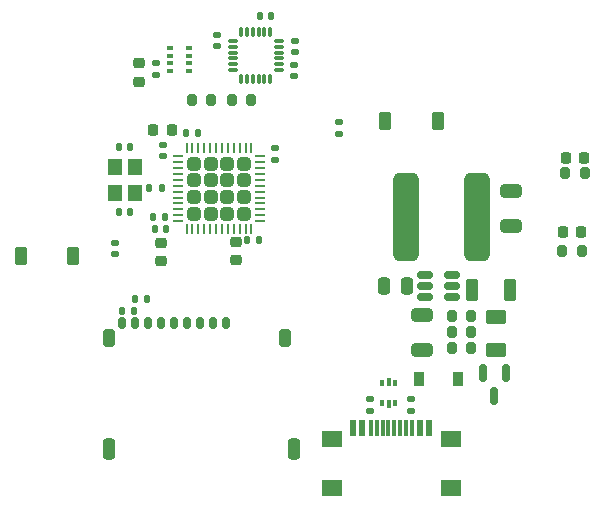
<source format=gbr>
%TF.GenerationSoftware,KiCad,Pcbnew,(6.0.7)*%
%TF.CreationDate,2022-09-16T23:20:04-07:00*%
%TF.ProjectId,All-in-one,416c6c2d-696e-42d6-9f6e-652e6b696361,rev?*%
%TF.SameCoordinates,Original*%
%TF.FileFunction,Paste,Top*%
%TF.FilePolarity,Positive*%
%FSLAX46Y46*%
G04 Gerber Fmt 4.6, Leading zero omitted, Abs format (unit mm)*
G04 Created by KiCad (PCBNEW (6.0.7)) date 2022-09-16 23:20:04*
%MOMM*%
%LPD*%
G01*
G04 APERTURE LIST*
G04 Aperture macros list*
%AMRoundRect*
0 Rectangle with rounded corners*
0 $1 Rounding radius*
0 $2 $3 $4 $5 $6 $7 $8 $9 X,Y pos of 4 corners*
0 Add a 4 corners polygon primitive as box body*
4,1,4,$2,$3,$4,$5,$6,$7,$8,$9,$2,$3,0*
0 Add four circle primitives for the rounded corners*
1,1,$1+$1,$2,$3*
1,1,$1+$1,$4,$5*
1,1,$1+$1,$6,$7*
1,1,$1+$1,$8,$9*
0 Add four rect primitives between the rounded corners*
20,1,$1+$1,$2,$3,$4,$5,0*
20,1,$1+$1,$4,$5,$6,$7,0*
20,1,$1+$1,$6,$7,$8,$9,0*
20,1,$1+$1,$8,$9,$2,$3,0*%
G04 Aperture macros list end*
%ADD10R,1.800000X1.450000*%
%ADD11R,0.300000X1.450000*%
%ADD12R,0.600000X1.450000*%
%ADD13RoundRect,0.135000X-0.135000X-0.185000X0.135000X-0.185000X0.135000X0.185000X-0.135000X0.185000X0*%
%ADD14RoundRect,0.250000X0.625000X-0.375000X0.625000X0.375000X-0.625000X0.375000X-0.625000X-0.375000X0*%
%ADD15RoundRect,0.200000X0.200000X0.275000X-0.200000X0.275000X-0.200000X-0.275000X0.200000X-0.275000X0*%
%ADD16RoundRect,0.200000X-0.200000X-0.275000X0.200000X-0.275000X0.200000X0.275000X-0.200000X0.275000X0*%
%ADD17R,1.200000X1.400000*%
%ADD18R,0.375000X0.500000*%
%ADD19R,0.300000X0.650000*%
%ADD20RoundRect,0.250000X0.275000X0.700000X-0.275000X0.700000X-0.275000X-0.700000X0.275000X-0.700000X0*%
%ADD21RoundRect,0.135000X0.135000X0.185000X-0.135000X0.185000X-0.135000X-0.185000X0.135000X-0.185000X0*%
%ADD22RoundRect,0.262500X-0.262500X-0.537500X0.262500X-0.537500X0.262500X0.537500X-0.262500X0.537500X0*%
%ADD23RoundRect,0.140000X-0.170000X0.140000X-0.170000X-0.140000X0.170000X-0.140000X0.170000X0.140000X0*%
%ADD24RoundRect,0.135000X-0.185000X0.135000X-0.185000X-0.135000X0.185000X-0.135000X0.185000X0.135000X0*%
%ADD25RoundRect,0.140000X0.170000X-0.140000X0.170000X0.140000X-0.170000X0.140000X-0.170000X-0.140000X0*%
%ADD26RoundRect,0.140000X-0.140000X-0.170000X0.140000X-0.170000X0.140000X0.170000X-0.140000X0.170000X0*%
%ADD27RoundRect,0.150000X-0.150000X0.587500X-0.150000X-0.587500X0.150000X-0.587500X0.150000X0.587500X0*%
%ADD28RoundRect,0.147500X-0.147500X-0.172500X0.147500X-0.172500X0.147500X0.172500X-0.147500X0.172500X0*%
%ADD29RoundRect,0.262500X0.262500X0.537500X-0.262500X0.537500X-0.262500X-0.537500X0.262500X-0.537500X0*%
%ADD30RoundRect,0.075000X0.075000X-0.350000X0.075000X0.350000X-0.075000X0.350000X-0.075000X-0.350000X0*%
%ADD31RoundRect,0.075000X0.350000X0.075000X-0.350000X0.075000X-0.350000X-0.075000X0.350000X-0.075000X0*%
%ADD32RoundRect,0.225000X0.225000X0.250000X-0.225000X0.250000X-0.225000X-0.250000X0.225000X-0.250000X0*%
%ADD33RoundRect,0.250000X0.250000X0.475000X-0.250000X0.475000X-0.250000X-0.475000X0.250000X-0.475000X0*%
%ADD34RoundRect,0.225000X-0.250000X0.225000X-0.250000X-0.225000X0.250000X-0.225000X0.250000X0.225000X0*%
%ADD35RoundRect,0.140000X0.140000X0.170000X-0.140000X0.170000X-0.140000X-0.170000X0.140000X-0.170000X0*%
%ADD36R,0.500000X0.350000*%
%ADD37RoundRect,0.218750X0.218750X0.256250X-0.218750X0.256250X-0.218750X-0.256250X0.218750X-0.256250X0*%
%ADD38RoundRect,0.175000X-0.175000X-0.325000X0.175000X-0.325000X0.175000X0.325000X-0.175000X0.325000X0*%
%ADD39RoundRect,0.250000X-0.250000X-0.500000X0.250000X-0.500000X0.250000X0.500000X-0.250000X0.500000X0*%
%ADD40RoundRect,0.250000X-0.250000X-0.650000X0.250000X-0.650000X0.250000X0.650000X-0.250000X0.650000X0*%
%ADD41RoundRect,0.250000X0.650000X-0.325000X0.650000X0.325000X-0.650000X0.325000X-0.650000X-0.325000X0*%
%ADD42RoundRect,0.135000X0.185000X-0.135000X0.185000X0.135000X-0.185000X0.135000X-0.185000X-0.135000X0*%
%ADD43RoundRect,0.150000X-0.512500X-0.150000X0.512500X-0.150000X0.512500X0.150000X-0.512500X0.150000X0*%
%ADD44RoundRect,0.250000X-0.650000X0.325000X-0.650000X-0.325000X0.650000X-0.325000X0.650000X0.325000X0*%
%ADD45R,0.900000X1.200000*%
%ADD46RoundRect,0.550000X-0.550000X-3.200000X0.550000X-3.200000X0.550000X3.200000X-0.550000X3.200000X0*%
%ADD47RoundRect,0.250000X-0.315000X-0.315000X0.315000X-0.315000X0.315000X0.315000X-0.315000X0.315000X0*%
%ADD48RoundRect,0.062500X-0.375000X-0.062500X0.375000X-0.062500X0.375000X0.062500X-0.375000X0.062500X0*%
%ADD49RoundRect,0.062500X-0.062500X-0.375000X0.062500X-0.375000X0.062500X0.375000X-0.062500X0.375000X0*%
G04 APERTURE END LIST*
D10*
%TO.C,J3*%
X51000000Y-62515000D03*
X51000000Y-66695000D03*
X61140000Y-62515000D03*
X61140000Y-66695000D03*
D11*
X54820000Y-61600000D03*
X55320000Y-61600000D03*
X56320000Y-61600000D03*
X57320000Y-61600000D03*
D12*
X58520000Y-61600000D03*
D11*
X57820000Y-61600000D03*
X56820000Y-61600000D03*
X55820000Y-61600000D03*
X54320000Y-61600000D03*
D12*
X53620000Y-61600000D03*
X52845000Y-61600000D03*
X59295000Y-61600000D03*
%TD*%
D13*
%TO.C,R11*%
X33290000Y-51650000D03*
X34310000Y-51650000D03*
%TD*%
D14*
%TO.C,F1*%
X64932500Y-54970000D03*
X64932500Y-52170000D03*
%TD*%
D15*
%TO.C,R3*%
X61175000Y-54800000D03*
X62825000Y-54800000D03*
%TD*%
D16*
%TO.C,R2*%
X61175000Y-53500000D03*
X62825000Y-53500000D03*
%TD*%
%TO.C,R1*%
X61175000Y-52100000D03*
X62825000Y-52100000D03*
%TD*%
D15*
%TO.C,R7*%
X72425000Y-40000000D03*
X70775000Y-40000000D03*
%TD*%
D17*
%TO.C,Y1*%
X32650000Y-39500000D03*
X32650000Y-41700000D03*
X34350000Y-41700000D03*
X34350000Y-39500000D03*
%TD*%
D18*
%TO.C,U5*%
X55302500Y-59500000D03*
D19*
X55840000Y-59575000D03*
D18*
X56377500Y-59500000D03*
X56377500Y-57800000D03*
D19*
X55840000Y-57725000D03*
D18*
X55302500Y-57800000D03*
%TD*%
D20*
%TO.C,FB1*%
X66075000Y-49900000D03*
X62925000Y-49900000D03*
%TD*%
D21*
%TO.C,R6*%
X36610000Y-41300000D03*
X35590000Y-41300000D03*
%TD*%
D16*
%TO.C,R10*%
X42575000Y-33800000D03*
X44225000Y-33800000D03*
%TD*%
D22*
%TO.C,SW1*%
X24675000Y-47000000D03*
X29125000Y-47000000D03*
%TD*%
D23*
%TO.C,C10*%
X46200000Y-37920000D03*
X46200000Y-38880000D03*
%TD*%
D21*
%TO.C,R8*%
X35360000Y-50650000D03*
X34340000Y-50650000D03*
%TD*%
D24*
%TO.C,R5*%
X51600000Y-36710000D03*
X51600000Y-35690000D03*
%TD*%
D25*
%TO.C,C19*%
X47900000Y-29780000D03*
X47900000Y-28820000D03*
%TD*%
D26*
%TO.C,C12*%
X32990000Y-37800000D03*
X33950000Y-37800000D03*
%TD*%
D27*
%TO.C,Q1*%
X65750000Y-56962500D03*
X63850000Y-56962500D03*
X64800000Y-58837500D03*
%TD*%
D28*
%TO.C,L2*%
X36015000Y-44750000D03*
X36985000Y-44750000D03*
%TD*%
D29*
%TO.C,SW2*%
X60000000Y-35600000D03*
X55550000Y-35600000D03*
%TD*%
D30*
%TO.C,U4*%
X43325000Y-32000000D03*
X43825000Y-32000000D03*
X44325000Y-32000000D03*
X44825000Y-32000000D03*
X45325000Y-32000000D03*
X45825000Y-32000000D03*
D31*
X46525000Y-31300000D03*
X46525000Y-30800000D03*
X46525000Y-30300000D03*
X46525000Y-29800000D03*
X46525000Y-29300000D03*
X46525000Y-28800000D03*
D30*
X45825000Y-28100000D03*
X45325000Y-28100000D03*
X44825000Y-28100000D03*
X44325000Y-28100000D03*
X43825000Y-28100000D03*
X43325000Y-28100000D03*
D31*
X42625000Y-28800000D03*
X42625000Y-29300000D03*
X42625000Y-29800000D03*
X42625000Y-30300000D03*
X42625000Y-30800000D03*
X42625000Y-31300000D03*
%TD*%
D32*
%TO.C,C7*%
X37475000Y-36400000D03*
X35925000Y-36400000D03*
%TD*%
D33*
%TO.C,C2*%
X57350000Y-49600000D03*
X55450000Y-49600000D03*
%TD*%
D34*
%TO.C,C14*%
X42900000Y-45825000D03*
X42900000Y-47375000D03*
%TD*%
D35*
%TO.C,C9*%
X44830000Y-45700000D03*
X43870000Y-45700000D03*
%TD*%
D26*
%TO.C,C11*%
X38720000Y-36600000D03*
X39680000Y-36600000D03*
%TD*%
D34*
%TO.C,C15*%
X34700000Y-30725000D03*
X34700000Y-32275000D03*
%TD*%
%TO.C,C5*%
X36600000Y-45925000D03*
X36600000Y-47475000D03*
%TD*%
D15*
%TO.C,R4*%
X72200000Y-46600000D03*
X70550000Y-46600000D03*
%TD*%
%TO.C,R9*%
X40825000Y-33800000D03*
X39175000Y-33800000D03*
%TD*%
D23*
%TO.C,C16*%
X36100000Y-30720000D03*
X36100000Y-31680000D03*
%TD*%
D35*
%TO.C,C18*%
X45880000Y-26700000D03*
X44920000Y-26700000D03*
%TD*%
D36*
%TO.C,U3*%
X38900000Y-29425000D03*
X38900000Y-30075000D03*
X38900000Y-30725000D03*
X38900000Y-31375000D03*
X37300000Y-31375000D03*
X37300000Y-30725000D03*
X37300000Y-30075000D03*
X37300000Y-29425000D03*
%TD*%
D37*
%TO.C,D2*%
X72152500Y-44980000D03*
X70577500Y-44980000D03*
%TD*%
D38*
%TO.C,J2*%
X42040000Y-52723637D03*
X40940000Y-52707879D03*
X39840000Y-52692121D03*
X38740000Y-52707879D03*
X37640000Y-52707879D03*
X36540000Y-52707879D03*
X35440000Y-52707879D03*
X34340000Y-52707879D03*
X33240000Y-52707879D03*
D39*
X32140000Y-53957879D03*
D40*
X47860000Y-63407879D03*
X32140000Y-63407879D03*
D39*
X47090000Y-53957879D03*
%TD*%
D41*
%TO.C,C3*%
X66200000Y-44475000D03*
X66200000Y-41525000D03*
%TD*%
D23*
%TO.C,C17*%
X47850000Y-30840000D03*
X47850000Y-31800000D03*
%TD*%
D42*
%TO.C,R13*%
X54260000Y-60160000D03*
X54260000Y-59140000D03*
%TD*%
D43*
%TO.C,U1*%
X58895000Y-48620000D03*
X58895000Y-49570000D03*
X58895000Y-50520000D03*
X61170000Y-50520000D03*
X61170000Y-49570000D03*
X61170000Y-48620000D03*
%TD*%
D37*
%TO.C,D3*%
X72387500Y-38700000D03*
X70812500Y-38700000D03*
%TD*%
D35*
%TO.C,C6*%
X36880000Y-43700000D03*
X35920000Y-43700000D03*
%TD*%
%TO.C,C13*%
X33980000Y-43300000D03*
X33020000Y-43300000D03*
%TD*%
D25*
%TO.C,C20*%
X41300000Y-29280000D03*
X41300000Y-28320000D03*
%TD*%
D44*
%TO.C,C1*%
X58700000Y-52025000D03*
X58700000Y-54975000D03*
%TD*%
D42*
%TO.C,R12*%
X57770000Y-60140000D03*
X57770000Y-59120000D03*
%TD*%
D45*
%TO.C,D1*%
X61720000Y-57475000D03*
X58420000Y-57475000D03*
%TD*%
D25*
%TO.C,C4*%
X32700000Y-46880000D03*
X32700000Y-45920000D03*
%TD*%
%TO.C,C8*%
X36700000Y-38590000D03*
X36700000Y-37630000D03*
%TD*%
D46*
%TO.C,L1*%
X57300000Y-43700000D03*
X63300000Y-43700000D03*
%TD*%
D47*
%TO.C,U2*%
X40775000Y-39230000D03*
X40775000Y-40630000D03*
X42175000Y-40630000D03*
X39375000Y-39230000D03*
X40775000Y-42030000D03*
X43575000Y-39230000D03*
X42175000Y-39230000D03*
X39375000Y-40630000D03*
X43575000Y-43430000D03*
X43575000Y-42030000D03*
X39375000Y-42030000D03*
X43575000Y-40630000D03*
X42175000Y-43430000D03*
X39375000Y-43430000D03*
X40775000Y-43430000D03*
X42175000Y-42030000D03*
D48*
X38037500Y-38580000D03*
X38037500Y-39080000D03*
X38037500Y-39580000D03*
X38037500Y-40080000D03*
X38037500Y-40580000D03*
X38037500Y-41080000D03*
X38037500Y-41580000D03*
X38037500Y-42080000D03*
X38037500Y-42580000D03*
X38037500Y-43080000D03*
X38037500Y-43580000D03*
X38037500Y-44080000D03*
D49*
X38725000Y-44767500D03*
X39225000Y-44767500D03*
X39725000Y-44767500D03*
X40225000Y-44767500D03*
X40725000Y-44767500D03*
X41225000Y-44767500D03*
X41725000Y-44767500D03*
X42225000Y-44767500D03*
X42725000Y-44767500D03*
X43225000Y-44767500D03*
X43725000Y-44767500D03*
X44225000Y-44767500D03*
D48*
X44912500Y-44080000D03*
X44912500Y-43580000D03*
X44912500Y-43080000D03*
X44912500Y-42580000D03*
X44912500Y-42080000D03*
X44912500Y-41580000D03*
X44912500Y-41080000D03*
X44912500Y-40580000D03*
X44912500Y-40080000D03*
X44912500Y-39580000D03*
X44912500Y-39080000D03*
X44912500Y-38580000D03*
D49*
X44225000Y-37892500D03*
X43725000Y-37892500D03*
X43225000Y-37892500D03*
X42725000Y-37892500D03*
X42225000Y-37892500D03*
X41725000Y-37892500D03*
X41225000Y-37892500D03*
X40725000Y-37892500D03*
X40225000Y-37892500D03*
X39725000Y-37892500D03*
X39225000Y-37892500D03*
X38725000Y-37892500D03*
%TD*%
M02*

</source>
